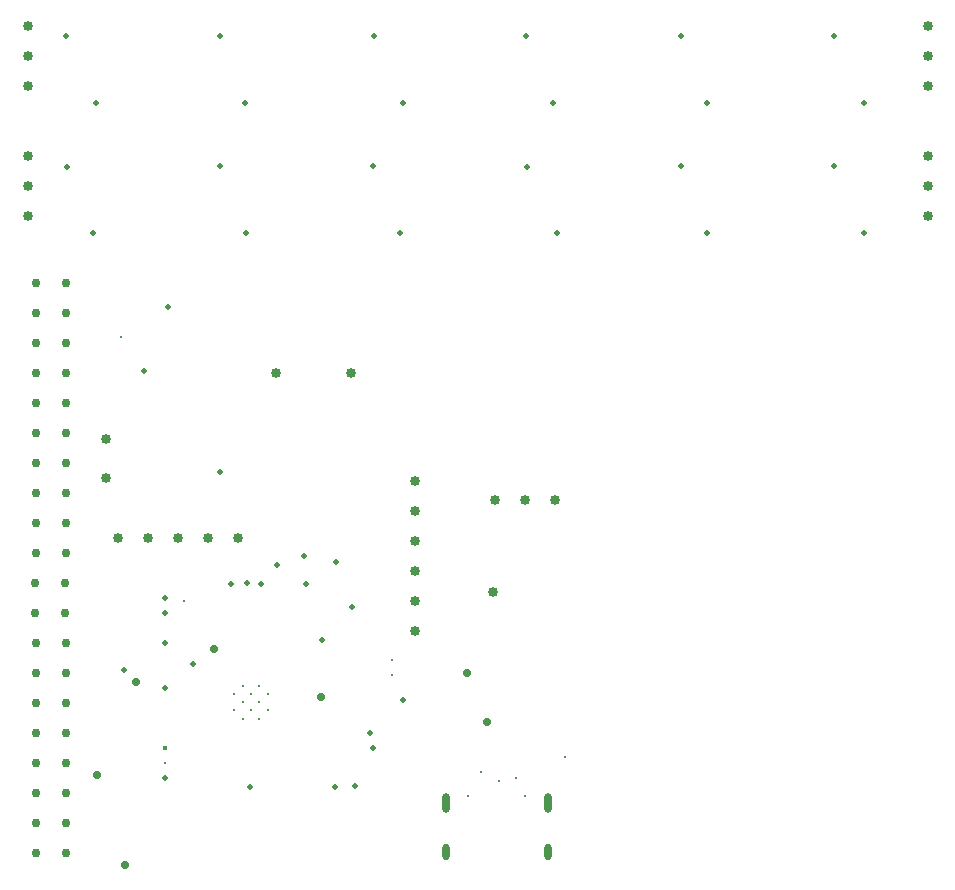
<source format=gbr>
%TF.GenerationSoftware,Altium Limited,Altium Designer,24.0.1 (36)*%
G04 Layer_Color=0*
%FSLAX45Y45*%
%MOMM*%
%TF.SameCoordinates,E2561F4A-6B88-4173-B20F-5EBD6E3589F9*%
%TF.FilePolarity,Positive*%
%TF.FileFunction,Plated,1,2,PTH,Drill*%
%TF.Part,Single*%
G01*
G75*
%TA.AperFunction,ComponentDrill*%
%ADD115C,0.20000*%
%ADD116C,0.85000*%
%ADD117C,0.85000*%
%ADD118C,0.75001*%
%ADD119O,0.60000X1.70000*%
%ADD120O,0.60000X1.40000*%
%TA.AperFunction,ViaDrill,NotFilled*%
%ADD121C,0.85000*%
%ADD122C,0.50000*%
%ADD123C,0.71120*%
%ADD124C,0.30000*%
%ADD125C,0.70000*%
%ADD126C,0.40000*%
D115*
X2140000Y1670000D02*
D03*
X2000000D02*
D03*
X2140000Y1530000D02*
D03*
X2000000D02*
D03*
X2140000Y1390000D02*
D03*
X2000000D02*
D03*
X2210000Y1600000D02*
D03*
X2070000D02*
D03*
X1930000D02*
D03*
X2210000Y1460000D02*
D03*
X1930000D02*
D03*
X2070000D02*
D03*
D116*
X3454400Y2133600D02*
D03*
Y2387600D02*
D03*
Y3403600D02*
D03*
Y3149600D02*
D03*
Y2895600D02*
D03*
Y2641600D02*
D03*
X7800000Y6154000D02*
D03*
X180000D02*
D03*
Y6746000D02*
D03*
Y7000000D02*
D03*
Y7254000D02*
D03*
X7800000Y6746000D02*
D03*
Y7000000D02*
D03*
Y7254000D02*
D03*
X180000Y5646000D02*
D03*
Y5900000D02*
D03*
X7800000Y5646000D02*
D03*
Y5900000D02*
D03*
D117*
X939800Y2921000D02*
D03*
X1955800D02*
D03*
X1701800D02*
D03*
X1447800D02*
D03*
X1193800D02*
D03*
X4136000Y3240000D02*
D03*
X4390000D02*
D03*
X4644000D02*
D03*
X2282500Y4320000D02*
D03*
X2917500D02*
D03*
D118*
X506000Y2794000D02*
D03*
X252000D02*
D03*
X506000Y3048000D02*
D03*
X252000D02*
D03*
X506000Y3302000D02*
D03*
X252000D02*
D03*
X506000Y3556000D02*
D03*
X252000D02*
D03*
X506000Y3810000D02*
D03*
X252000D02*
D03*
X506000Y4064000D02*
D03*
X252000D02*
D03*
X506000Y4318000D02*
D03*
X252000D02*
D03*
X506000Y4572000D02*
D03*
X252000D02*
D03*
X506000Y4826000D02*
D03*
X252000D02*
D03*
X506000Y5080000D02*
D03*
X252000D02*
D03*
X242840Y2537415D02*
D03*
X496840D02*
D03*
X242840Y2283415D02*
D03*
X496840D02*
D03*
X252000Y2032000D02*
D03*
X506000D02*
D03*
X252000Y1778000D02*
D03*
X506000D02*
D03*
X252000Y1524000D02*
D03*
X506000D02*
D03*
X252000Y1270000D02*
D03*
X506000D02*
D03*
X252000Y1016000D02*
D03*
X506000D02*
D03*
X252000Y762000D02*
D03*
X506000D02*
D03*
X252000Y508000D02*
D03*
X506000D02*
D03*
X252000Y254000D02*
D03*
X506000D02*
D03*
D119*
X4582000Y678000D02*
D03*
X3718000D02*
D03*
D120*
X4582000Y260000D02*
D03*
X3718000D02*
D03*
D121*
X838200Y3429000D02*
D03*
Y3759200D02*
D03*
X4114800Y2463800D02*
D03*
D122*
X2921000Y2336800D02*
D03*
X2667000Y2057400D02*
D03*
X3073400Y1270000D02*
D03*
X3352800Y1549400D02*
D03*
X3098800Y1143000D02*
D03*
X2514600Y2768600D02*
D03*
X2791500Y2715300D02*
D03*
X2156500Y2534000D02*
D03*
X2032000Y2540000D02*
D03*
X1902500Y2534000D02*
D03*
X2286000Y2692400D02*
D03*
X1160000Y4330000D02*
D03*
X730150Y5500000D02*
D03*
X510000Y6060000D02*
D03*
X2030150Y5500000D02*
D03*
X1810000Y6070000D02*
D03*
X3330000Y5500000D02*
D03*
X3100000Y6070000D02*
D03*
X4660300Y5500000D02*
D03*
X4410000Y6060000D02*
D03*
X5930150Y5500000D02*
D03*
X5710000Y6070000D02*
D03*
X7260300Y5500000D02*
D03*
X7010000Y6070000D02*
D03*
X7260300Y6600000D02*
D03*
X7010000Y7170000D02*
D03*
X5930000Y6600000D02*
D03*
X5710000Y7170000D02*
D03*
X4630150Y6600000D02*
D03*
X4400000Y7170000D02*
D03*
X3360300Y6600000D02*
D03*
X3110000Y7170000D02*
D03*
X1805000Y7170000D02*
D03*
X2020000Y6600000D02*
D03*
X505000Y7170000D02*
D03*
X760300Y6600000D02*
D03*
X2950000Y820000D02*
D03*
X2780000Y810000D02*
D03*
X2057400Y812800D02*
D03*
X990600Y1803400D02*
D03*
X1574800Y1854200D02*
D03*
X1363200Y4873980D02*
D03*
X1345000Y885000D02*
D03*
Y2409000D02*
D03*
Y2282000D02*
D03*
X1803400Y3479800D02*
D03*
X2537500Y2534000D02*
D03*
X1345000Y2028000D02*
D03*
Y1647000D02*
D03*
D123*
X1000000Y155000D02*
D03*
X3901000Y1777536D02*
D03*
X4070000Y1360000D02*
D03*
X2660000Y1570000D02*
D03*
D124*
X3260000Y1760000D02*
D03*
Y1890000D02*
D03*
X1498600Y2387600D02*
D03*
X965200Y4622800D02*
D03*
X1345000Y1012000D02*
D03*
X4013200Y939800D02*
D03*
X4724400Y1066800D02*
D03*
X4315000Y889000D02*
D03*
X4390000Y735500D02*
D03*
X3910000Y736600D02*
D03*
X4170700Y863600D02*
D03*
D125*
X1100000Y1700000D02*
D03*
X1752600Y1981200D02*
D03*
X762000Y914400D02*
D03*
D126*
X1345000Y1139000D02*
D03*
%TF.MD5,c460b9fcf106378358a48663b8313064*%
M02*

</source>
